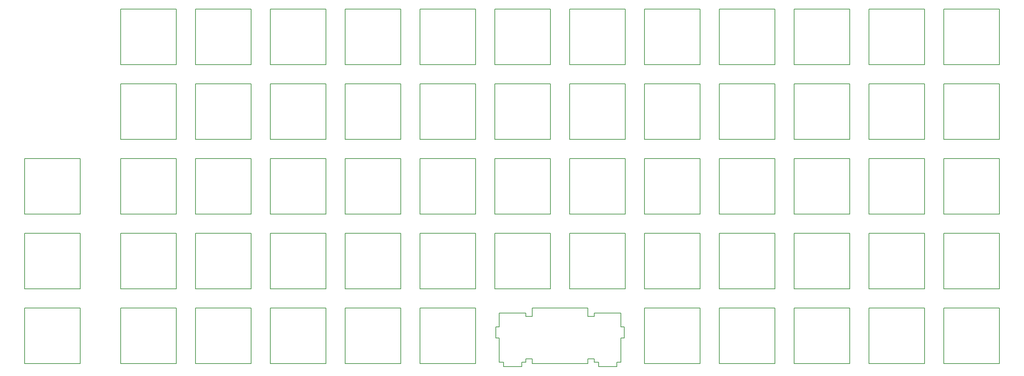
<source format=gbr>
%TF.GenerationSoftware,KiCad,Pcbnew,(5.1.6-0-10_14)*%
%TF.CreationDate,2021-04-03T15:29:21+02:00*%
%TF.ProjectId,Mech50-keyboard,4d656368-3530-42d6-9b65-79626f617264,rev?*%
%TF.SameCoordinates,Original*%
%TF.FileFunction,Other,ECO2*%
%FSLAX46Y46*%
G04 Gerber Fmt 4.6, Leading zero omitted, Abs format (unit mm)*
G04 Created by KiCad (PCBNEW (5.1.6-0-10_14)) date 2021-04-03 15:29:21*
%MOMM*%
%LPD*%
G01*
G04 APERTURE LIST*
%ADD10C,0.152400*%
G04 APERTURE END LIST*
D10*
%TO.C,S-E12*%
X289179000Y-129413000D02*
X303149000Y-129413000D01*
X303149000Y-129413000D02*
X303149000Y-143383000D01*
X303149000Y-143383000D02*
X289179000Y-143383000D01*
X289179000Y-143383000D02*
X289179000Y-129413000D01*
%TO.C,S-E6*%
X185801000Y-129413000D02*
X199771000Y-129413000D01*
X199771000Y-129413000D02*
X199771000Y-131521200D01*
X199771000Y-131521200D02*
X201396600Y-131521200D01*
X201396600Y-131521200D02*
X201396600Y-130708400D01*
X201396600Y-130708400D02*
X208051400Y-130708400D01*
X208051400Y-130708400D02*
X208051400Y-134112000D01*
X208051400Y-134112000D02*
X208915000Y-134112000D01*
X208915000Y-134112000D02*
X208915000Y-136906000D01*
X208915000Y-136906000D02*
X208051400Y-136906000D01*
X208051400Y-136906000D02*
X208051400Y-143002000D01*
X208051400Y-143002000D02*
X207010000Y-143002000D01*
X207010000Y-143002000D02*
X207010000Y-144170400D01*
X207010000Y-144170400D02*
X202438000Y-144170400D01*
X202438000Y-144170400D02*
X202438000Y-143002000D01*
X202438000Y-143002000D02*
X201396600Y-143002000D01*
X201396600Y-143002000D02*
X201396600Y-142214600D01*
X201396600Y-142214600D02*
X199771000Y-142214600D01*
X199771000Y-142214600D02*
X199771000Y-143383000D01*
X199771000Y-143383000D02*
X185801000Y-143383000D01*
X185801000Y-143383000D02*
X185801000Y-142214600D01*
X185801000Y-142214600D02*
X184175400Y-142214600D01*
X184175400Y-142214600D02*
X184175400Y-143002000D01*
X184175400Y-143002000D02*
X183134000Y-143002000D01*
X183134000Y-143002000D02*
X183134000Y-144170400D01*
X183134000Y-144170400D02*
X178562000Y-144170400D01*
X178562000Y-144170400D02*
X178562000Y-143002000D01*
X178562000Y-143002000D02*
X177520600Y-143002000D01*
X177520600Y-143002000D02*
X177520600Y-136906000D01*
X177520600Y-136906000D02*
X176657000Y-136906000D01*
X176657000Y-136906000D02*
X176657000Y-134112000D01*
X176657000Y-134112000D02*
X177520600Y-134112000D01*
X177520600Y-134112000D02*
X177520600Y-130708400D01*
X177520600Y-130708400D02*
X184175400Y-130708400D01*
X184175400Y-130708400D02*
X184175400Y-131521200D01*
X184175400Y-131521200D02*
X185801000Y-131521200D01*
X185801000Y-131521200D02*
X185801000Y-129413000D01*
%TO.C,S-A0*%
X82423000Y-54229000D02*
X96393000Y-54229000D01*
X96393000Y-54229000D02*
X96393000Y-68199000D01*
X96393000Y-68199000D02*
X82423000Y-68199000D01*
X82423000Y-68199000D02*
X82423000Y-54229000D01*
%TO.C,S-A1*%
X101219000Y-54229000D02*
X115189000Y-54229000D01*
X115189000Y-54229000D02*
X115189000Y-68199000D01*
X115189000Y-68199000D02*
X101219000Y-68199000D01*
X101219000Y-68199000D02*
X101219000Y-54229000D01*
%TO.C,S-A2*%
X120015000Y-54229000D02*
X133985000Y-54229000D01*
X133985000Y-54229000D02*
X133985000Y-68199000D01*
X133985000Y-68199000D02*
X120015000Y-68199000D01*
X120015000Y-68199000D02*
X120015000Y-54229000D01*
%TO.C,S-A3*%
X138811000Y-54229000D02*
X152781000Y-54229000D01*
X152781000Y-54229000D02*
X152781000Y-68199000D01*
X152781000Y-68199000D02*
X138811000Y-68199000D01*
X138811000Y-68199000D02*
X138811000Y-54229000D01*
%TO.C,S-A4*%
X157607000Y-54229000D02*
X171577000Y-54229000D01*
X171577000Y-54229000D02*
X171577000Y-68199000D01*
X171577000Y-68199000D02*
X157607000Y-68199000D01*
X157607000Y-68199000D02*
X157607000Y-54229000D01*
%TO.C,S-A5*%
X176403000Y-54229000D02*
X190373000Y-54229000D01*
X190373000Y-54229000D02*
X190373000Y-68199000D01*
X190373000Y-68199000D02*
X176403000Y-68199000D01*
X176403000Y-68199000D02*
X176403000Y-54229000D01*
%TO.C,S-A6*%
X195199000Y-54229000D02*
X209169000Y-54229000D01*
X209169000Y-54229000D02*
X209169000Y-68199000D01*
X209169000Y-68199000D02*
X195199000Y-68199000D01*
X195199000Y-68199000D02*
X195199000Y-54229000D01*
%TO.C,S-A7*%
X213995000Y-54229000D02*
X227965000Y-54229000D01*
X227965000Y-54229000D02*
X227965000Y-68199000D01*
X227965000Y-68199000D02*
X213995000Y-68199000D01*
X213995000Y-68199000D02*
X213995000Y-54229000D01*
%TO.C,S-A8*%
X232791000Y-54229000D02*
X246761000Y-54229000D01*
X246761000Y-54229000D02*
X246761000Y-68199000D01*
X246761000Y-68199000D02*
X232791000Y-68199000D01*
X232791000Y-68199000D02*
X232791000Y-54229000D01*
%TO.C,S-A9*%
X251587000Y-54229000D02*
X265557000Y-54229000D01*
X265557000Y-54229000D02*
X265557000Y-68199000D01*
X265557000Y-68199000D02*
X251587000Y-68199000D01*
X251587000Y-68199000D02*
X251587000Y-54229000D01*
%TO.C,S-A10*%
X270383000Y-54229000D02*
X284353000Y-54229000D01*
X284353000Y-54229000D02*
X284353000Y-68199000D01*
X284353000Y-68199000D02*
X270383000Y-68199000D01*
X270383000Y-68199000D02*
X270383000Y-54229000D01*
%TO.C,S-A11*%
X289179000Y-54229000D02*
X303149000Y-54229000D01*
X303149000Y-54229000D02*
X303149000Y-68199000D01*
X303149000Y-68199000D02*
X289179000Y-68199000D01*
X289179000Y-68199000D02*
X289179000Y-54229000D01*
%TO.C,S-B0*%
X82423000Y-73025000D02*
X96393000Y-73025000D01*
X96393000Y-73025000D02*
X96393000Y-86995000D01*
X96393000Y-86995000D02*
X82423000Y-86995000D01*
X82423000Y-86995000D02*
X82423000Y-73025000D01*
%TO.C,S-B1*%
X101219000Y-73025000D02*
X115189000Y-73025000D01*
X115189000Y-73025000D02*
X115189000Y-86995000D01*
X115189000Y-86995000D02*
X101219000Y-86995000D01*
X101219000Y-86995000D02*
X101219000Y-73025000D01*
%TO.C,S-B2*%
X120015000Y-73025000D02*
X133985000Y-73025000D01*
X133985000Y-73025000D02*
X133985000Y-86995000D01*
X133985000Y-86995000D02*
X120015000Y-86995000D01*
X120015000Y-86995000D02*
X120015000Y-73025000D01*
%TO.C,S-B3*%
X138811000Y-73025000D02*
X152781000Y-73025000D01*
X152781000Y-73025000D02*
X152781000Y-86995000D01*
X152781000Y-86995000D02*
X138811000Y-86995000D01*
X138811000Y-86995000D02*
X138811000Y-73025000D01*
%TO.C,S-B4*%
X157607000Y-73025000D02*
X171577000Y-73025000D01*
X171577000Y-73025000D02*
X171577000Y-86995000D01*
X171577000Y-86995000D02*
X157607000Y-86995000D01*
X157607000Y-86995000D02*
X157607000Y-73025000D01*
%TO.C,S-B5*%
X176403000Y-73025000D02*
X190373000Y-73025000D01*
X190373000Y-73025000D02*
X190373000Y-86995000D01*
X190373000Y-86995000D02*
X176403000Y-86995000D01*
X176403000Y-86995000D02*
X176403000Y-73025000D01*
%TO.C,S-B6*%
X195199000Y-73025000D02*
X209169000Y-73025000D01*
X209169000Y-73025000D02*
X209169000Y-86995000D01*
X209169000Y-86995000D02*
X195199000Y-86995000D01*
X195199000Y-86995000D02*
X195199000Y-73025000D01*
%TO.C,S-B7*%
X213995000Y-73025000D02*
X227965000Y-73025000D01*
X227965000Y-73025000D02*
X227965000Y-86995000D01*
X227965000Y-86995000D02*
X213995000Y-86995000D01*
X213995000Y-86995000D02*
X213995000Y-73025000D01*
%TO.C,S-B8*%
X232791000Y-73025000D02*
X246761000Y-73025000D01*
X246761000Y-73025000D02*
X246761000Y-86995000D01*
X246761000Y-86995000D02*
X232791000Y-86995000D01*
X232791000Y-86995000D02*
X232791000Y-73025000D01*
%TO.C,S-B9*%
X251587000Y-73025000D02*
X265557000Y-73025000D01*
X265557000Y-73025000D02*
X265557000Y-86995000D01*
X265557000Y-86995000D02*
X251587000Y-86995000D01*
X251587000Y-86995000D02*
X251587000Y-73025000D01*
%TO.C,S-B10*%
X270383000Y-73025000D02*
X284353000Y-73025000D01*
X284353000Y-73025000D02*
X284353000Y-86995000D01*
X284353000Y-86995000D02*
X270383000Y-86995000D01*
X270383000Y-86995000D02*
X270383000Y-73025000D01*
%TO.C,S-B11*%
X289179000Y-73025000D02*
X303149000Y-73025000D01*
X303149000Y-73025000D02*
X303149000Y-86995000D01*
X303149000Y-86995000D02*
X289179000Y-86995000D01*
X289179000Y-86995000D02*
X289179000Y-73025000D01*
%TO.C,S-C0*%
X58293000Y-91821000D02*
X72263000Y-91821000D01*
X72263000Y-91821000D02*
X72263000Y-105791000D01*
X72263000Y-105791000D02*
X58293000Y-105791000D01*
X58293000Y-105791000D02*
X58293000Y-91821000D01*
%TO.C,S-C1*%
X82423000Y-91821000D02*
X96393000Y-91821000D01*
X96393000Y-91821000D02*
X96393000Y-105791000D01*
X96393000Y-105791000D02*
X82423000Y-105791000D01*
X82423000Y-105791000D02*
X82423000Y-91821000D01*
%TO.C,S-C2*%
X101219000Y-91821000D02*
X115189000Y-91821000D01*
X115189000Y-91821000D02*
X115189000Y-105791000D01*
X115189000Y-105791000D02*
X101219000Y-105791000D01*
X101219000Y-105791000D02*
X101219000Y-91821000D01*
%TO.C,S-C3*%
X120015000Y-91821000D02*
X133985000Y-91821000D01*
X133985000Y-91821000D02*
X133985000Y-105791000D01*
X133985000Y-105791000D02*
X120015000Y-105791000D01*
X120015000Y-105791000D02*
X120015000Y-91821000D01*
%TO.C,S-C4*%
X138811000Y-91821000D02*
X152781000Y-91821000D01*
X152781000Y-91821000D02*
X152781000Y-105791000D01*
X152781000Y-105791000D02*
X138811000Y-105791000D01*
X138811000Y-105791000D02*
X138811000Y-91821000D01*
%TO.C,S-C5*%
X157607000Y-91821000D02*
X171577000Y-91821000D01*
X171577000Y-91821000D02*
X171577000Y-105791000D01*
X171577000Y-105791000D02*
X157607000Y-105791000D01*
X157607000Y-105791000D02*
X157607000Y-91821000D01*
%TO.C,S-C6*%
X176403000Y-91821000D02*
X190373000Y-91821000D01*
X190373000Y-91821000D02*
X190373000Y-105791000D01*
X190373000Y-105791000D02*
X176403000Y-105791000D01*
X176403000Y-105791000D02*
X176403000Y-91821000D01*
%TO.C,S-C7*%
X195199000Y-91821000D02*
X209169000Y-91821000D01*
X209169000Y-91821000D02*
X209169000Y-105791000D01*
X209169000Y-105791000D02*
X195199000Y-105791000D01*
X195199000Y-105791000D02*
X195199000Y-91821000D01*
%TO.C,S-C8*%
X213995000Y-91821000D02*
X227965000Y-91821000D01*
X227965000Y-91821000D02*
X227965000Y-105791000D01*
X227965000Y-105791000D02*
X213995000Y-105791000D01*
X213995000Y-105791000D02*
X213995000Y-91821000D01*
%TO.C,S-C9*%
X232791000Y-91821000D02*
X246761000Y-91821000D01*
X246761000Y-91821000D02*
X246761000Y-105791000D01*
X246761000Y-105791000D02*
X232791000Y-105791000D01*
X232791000Y-105791000D02*
X232791000Y-91821000D01*
%TO.C,S-C10*%
X251587000Y-91821000D02*
X265557000Y-91821000D01*
X265557000Y-91821000D02*
X265557000Y-105791000D01*
X265557000Y-105791000D02*
X251587000Y-105791000D01*
X251587000Y-105791000D02*
X251587000Y-91821000D01*
%TO.C,S-C11*%
X270383000Y-91821000D02*
X284353000Y-91821000D01*
X284353000Y-91821000D02*
X284353000Y-105791000D01*
X284353000Y-105791000D02*
X270383000Y-105791000D01*
X270383000Y-105791000D02*
X270383000Y-91821000D01*
%TO.C,S-C12*%
X289179000Y-91821000D02*
X303149000Y-91821000D01*
X303149000Y-91821000D02*
X303149000Y-105791000D01*
X303149000Y-105791000D02*
X289179000Y-105791000D01*
X289179000Y-105791000D02*
X289179000Y-91821000D01*
%TO.C,S-D0*%
X58293000Y-110617000D02*
X72263000Y-110617000D01*
X72263000Y-110617000D02*
X72263000Y-124587000D01*
X72263000Y-124587000D02*
X58293000Y-124587000D01*
X58293000Y-124587000D02*
X58293000Y-110617000D01*
%TO.C,S-D1*%
X82423000Y-110617000D02*
X96393000Y-110617000D01*
X96393000Y-110617000D02*
X96393000Y-124587000D01*
X96393000Y-124587000D02*
X82423000Y-124587000D01*
X82423000Y-124587000D02*
X82423000Y-110617000D01*
%TO.C,S-D2*%
X101219000Y-110617000D02*
X115189000Y-110617000D01*
X115189000Y-110617000D02*
X115189000Y-124587000D01*
X115189000Y-124587000D02*
X101219000Y-124587000D01*
X101219000Y-124587000D02*
X101219000Y-110617000D01*
%TO.C,S-D3*%
X120015000Y-110617000D02*
X133985000Y-110617000D01*
X133985000Y-110617000D02*
X133985000Y-124587000D01*
X133985000Y-124587000D02*
X120015000Y-124587000D01*
X120015000Y-124587000D02*
X120015000Y-110617000D01*
%TO.C,S-D4*%
X138811000Y-110617000D02*
X152781000Y-110617000D01*
X152781000Y-110617000D02*
X152781000Y-124587000D01*
X152781000Y-124587000D02*
X138811000Y-124587000D01*
X138811000Y-124587000D02*
X138811000Y-110617000D01*
%TO.C,S-D5*%
X157607000Y-110617000D02*
X171577000Y-110617000D01*
X171577000Y-110617000D02*
X171577000Y-124587000D01*
X171577000Y-124587000D02*
X157607000Y-124587000D01*
X157607000Y-124587000D02*
X157607000Y-110617000D01*
%TO.C,S-D6*%
X176403000Y-110617000D02*
X190373000Y-110617000D01*
X190373000Y-110617000D02*
X190373000Y-124587000D01*
X190373000Y-124587000D02*
X176403000Y-124587000D01*
X176403000Y-124587000D02*
X176403000Y-110617000D01*
%TO.C,S-D7*%
X195199000Y-110617000D02*
X209169000Y-110617000D01*
X209169000Y-110617000D02*
X209169000Y-124587000D01*
X209169000Y-124587000D02*
X195199000Y-124587000D01*
X195199000Y-124587000D02*
X195199000Y-110617000D01*
%TO.C,S-D8*%
X213995000Y-110617000D02*
X227965000Y-110617000D01*
X227965000Y-110617000D02*
X227965000Y-124587000D01*
X227965000Y-124587000D02*
X213995000Y-124587000D01*
X213995000Y-124587000D02*
X213995000Y-110617000D01*
%TO.C,S-D9*%
X232791000Y-110617000D02*
X246761000Y-110617000D01*
X246761000Y-110617000D02*
X246761000Y-124587000D01*
X246761000Y-124587000D02*
X232791000Y-124587000D01*
X232791000Y-124587000D02*
X232791000Y-110617000D01*
%TO.C,S-D10*%
X251587000Y-110617000D02*
X265557000Y-110617000D01*
X265557000Y-110617000D02*
X265557000Y-124587000D01*
X265557000Y-124587000D02*
X251587000Y-124587000D01*
X251587000Y-124587000D02*
X251587000Y-110617000D01*
%TO.C,S-D11*%
X270383000Y-110617000D02*
X284353000Y-110617000D01*
X284353000Y-110617000D02*
X284353000Y-124587000D01*
X284353000Y-124587000D02*
X270383000Y-124587000D01*
X270383000Y-124587000D02*
X270383000Y-110617000D01*
%TO.C,S-D12*%
X289179000Y-110617000D02*
X303149000Y-110617000D01*
X303149000Y-110617000D02*
X303149000Y-124587000D01*
X303149000Y-124587000D02*
X289179000Y-124587000D01*
X289179000Y-124587000D02*
X289179000Y-110617000D01*
%TO.C,S-E0*%
X58293000Y-129413000D02*
X72263000Y-129413000D01*
X72263000Y-129413000D02*
X72263000Y-143383000D01*
X72263000Y-143383000D02*
X58293000Y-143383000D01*
X58293000Y-143383000D02*
X58293000Y-129413000D01*
%TO.C,S-E1*%
X82423000Y-129413000D02*
X96393000Y-129413000D01*
X96393000Y-129413000D02*
X96393000Y-143383000D01*
X96393000Y-143383000D02*
X82423000Y-143383000D01*
X82423000Y-143383000D02*
X82423000Y-129413000D01*
%TO.C,S-E2*%
X101219000Y-129413000D02*
X115189000Y-129413000D01*
X115189000Y-129413000D02*
X115189000Y-143383000D01*
X115189000Y-143383000D02*
X101219000Y-143383000D01*
X101219000Y-143383000D02*
X101219000Y-129413000D01*
%TO.C,S-E3*%
X120015000Y-129413000D02*
X133985000Y-129413000D01*
X133985000Y-129413000D02*
X133985000Y-143383000D01*
X133985000Y-143383000D02*
X120015000Y-143383000D01*
X120015000Y-143383000D02*
X120015000Y-129413000D01*
%TO.C,S-E4*%
X138811000Y-129413000D02*
X152781000Y-129413000D01*
X152781000Y-129413000D02*
X152781000Y-143383000D01*
X152781000Y-143383000D02*
X138811000Y-143383000D01*
X138811000Y-143383000D02*
X138811000Y-129413000D01*
%TO.C,S-E5*%
X157607000Y-129413000D02*
X171577000Y-129413000D01*
X171577000Y-129413000D02*
X171577000Y-143383000D01*
X171577000Y-143383000D02*
X157607000Y-143383000D01*
X157607000Y-143383000D02*
X157607000Y-129413000D01*
%TO.C,S-E8*%
X213995000Y-129413000D02*
X227965000Y-129413000D01*
X227965000Y-129413000D02*
X227965000Y-143383000D01*
X227965000Y-143383000D02*
X213995000Y-143383000D01*
X213995000Y-143383000D02*
X213995000Y-129413000D01*
%TO.C,S-E9*%
X232791000Y-129413000D02*
X246761000Y-129413000D01*
X246761000Y-129413000D02*
X246761000Y-143383000D01*
X246761000Y-143383000D02*
X232791000Y-143383000D01*
X232791000Y-143383000D02*
X232791000Y-129413000D01*
%TO.C,S-E10*%
X251587000Y-129413000D02*
X265557000Y-129413000D01*
X265557000Y-129413000D02*
X265557000Y-143383000D01*
X265557000Y-143383000D02*
X251587000Y-143383000D01*
X251587000Y-143383000D02*
X251587000Y-129413000D01*
%TO.C,S-E11*%
X270383000Y-129413000D02*
X284353000Y-129413000D01*
X284353000Y-129413000D02*
X284353000Y-143383000D01*
X284353000Y-143383000D02*
X270383000Y-143383000D01*
X270383000Y-143383000D02*
X270383000Y-129413000D01*
%TD*%
M02*

</source>
